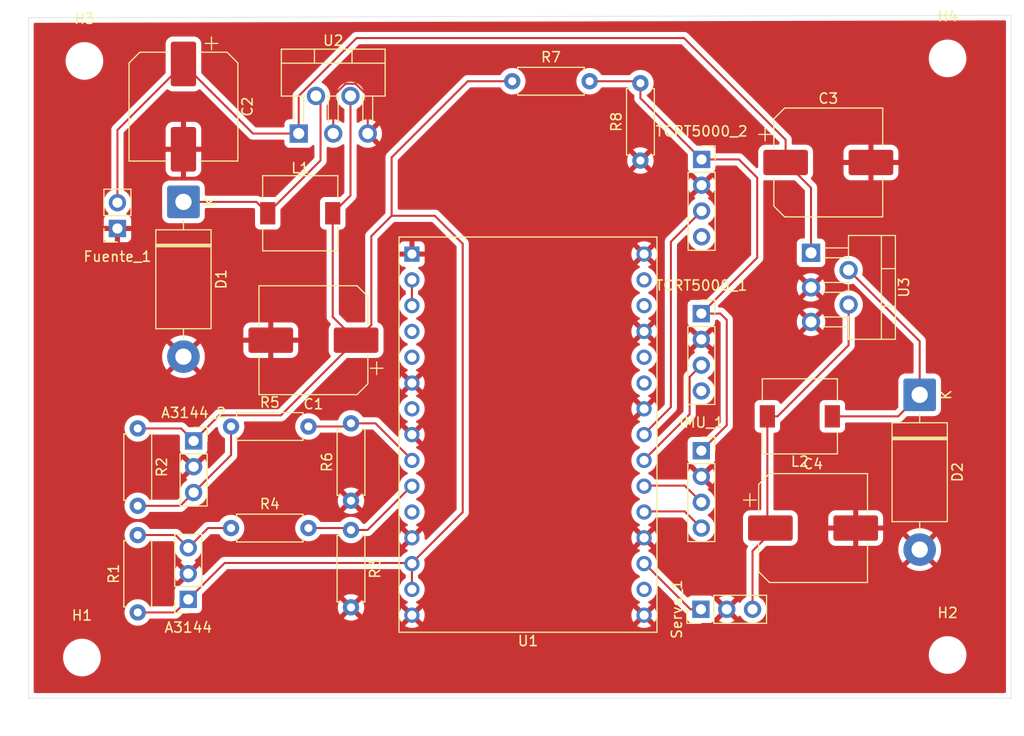
<source format=kicad_pcb>
(kicad_pcb (version 20241229) (generator "pcbnew") (generator_version "9.0")
  (layers (0 "F.Cu" signal) (2 "B.Cu" signal) (13 "F.Paste" user) (15 "B.Paste" user) (5 "F.SilkS" user "F.Silkscreen") (7 "B.SilkS" user "B.Silkscreen") (1 "F.Mask" user) (3 "B.Mask" user) (25 "Edge.Cuts" user))
  (net 0 "")
  (net 1 "GND")
  (net 2 "Net-(U1-3V3-Pad2)")
  (net 6 "Net-(A3144-OUT)")
  (net 9 "Net-(A3144_2-OUT)")
  (net 12 "Salida regulada")
  (net 13 "Net-(D2-K)")
  (net 16 "Entrada 12V no regulada")
  (net 17 "Net-(D1-K)")
  (net 18 "Net-(IMU_1-VCC)")
  (net 19 "Net-(IMU_1-SDA)")
  (net 20 "Net-(IMU_1-SCL)")
  (net 21 "Net-(U1-IO0)")
  (net 22 "Net-(U1-IO1)")
  (net 23 "Net-(Servo_1-PWM)")
  (net 25 "Net-(TCRT5000_1-D0)")
  (net 26 "Net-(TCRT5000_2-D0)")
  (net 28 "Net-(Servo_1-VCC)")
  (footprint "Capacitor_SMD:CP_Elec_10x10.5" (layer "F.Cu") (at 170.5 60.5)
    (property "Reference" "C3" (at 0 -6.3 0) (layer "F.SilkS"))
    (property "Value" "680uF")
    (fp_line (start -6.85 -2.76) (end -5.6 -2.76) (stroke (width 0.12)) (layer "F.SilkS"))
    (fp_line (start -6.225 -3.385) (end -6.225 -2.135) (stroke (width 0.12)) (layer "F.SilkS"))
    (fp_line (start -5.36 -4.295563) (end -5.36 -1.51) (stroke (width 0.12)) (layer "F.SilkS"))
    (fp_line (start -5.36 -4.295563) (end -4.295563 -5.36) (stroke (width 0.12)) (layer "F.SilkS"))
    (fp_line (start -5.36 4.295563) (end -5.36 1.51) (stroke (width 0.12)) (layer "F.SilkS"))
    (fp_line (start -5.36 4.295563) (end -4.295563 5.36) (stroke (width 0.12)) (layer "F.SilkS"))
    (fp_line (start -4.295563 -5.36) (end 5.36 -5.36) (stroke (width 0.12)) (layer "F.SilkS"))
    (fp_line (start -4.295563 5.36) (end 5.36 5.36) (stroke (width 0.12)) (layer "F.SilkS"))
    (fp_line (start 5.36 -5.36) (end 5.36 -1.51) (stroke (width 0.12)) (layer "F.SilkS"))
    (fp_line (start 5.36 5.36) (end 5.36 1.51) (stroke (width 0.12)) (layer "F.SilkS"))
    (pad "1" smd roundrect (at -4.2 0) (size 4.4 2.5) (layers "F.Cu" "F.Mask" "F.Paste") (roundrect_rratio 0.1) (net 16 "Entrada 12V no regulada"))
    (pad "2" smd roundrect (at 4.2 0) (size 4.4 2.5) (layers "F.Cu" "F.Mask" "F.Paste") (roundrect_rratio 0.1) (net 1 "GND"))
  )
  (footprint "Resistor_THT:R_Axial_DIN0207_L6.3mm_D2.5mm_P7.62mm_Horizontal" (layer "F.Cu") (at 102.5 104.81 90)
    (property "Reference" "R1" (at 3.81 -2.37 90) (layer "F.SilkS"))
    (property "Value" "10k")
    (fp_line (start 7.08 -1.37) (end 7.08 -1.04) (stroke (width 0.12)) (layer "F.SilkS"))
    (fp_line (start 0.54 -1.37) (end 7.08 -1.37) (stroke (width 0.12)) (layer "F.SilkS"))
    (fp_line (start 0.54 -1.04) (end 0.54 -1.37) (stroke (width 0.12)) (layer "F.SilkS"))
    (fp_line (start 0.54 1.04) (end 0.54 1.37) (stroke (width 0.12)) (layer "F.SilkS"))
    (fp_line (start 7.08 1.37) (end 7.08 1.04) (stroke (width 0.12)) (layer "F.SilkS"))
    (fp_line (start 0.54 1.37) (end 7.08 1.37) (stroke (width 0.12)) (layer "F.SilkS"))
    (pad "1" thru_hole circle (at 0 0 90) (size 1.6 1.6) (drill 0.8) (layers "*.Cu" "*.Mask") (net 12 "Salida regulada"))
    (pad "2" thru_hole circle (at 7.62 0 90) (size 1.6 1.6) (drill 0.8) (layers "*.Cu" "*.Mask") (net 6 "Net-(A3144-OUT)"))
  )
  (footprint "Inductor_SMD:L_7.3x7.3_H4.5" (layer "F.Cu") (at 167.7 85.5 180)
    (property "Reference" "L2" (at 0 -4.45 0) (layer "F.SilkS"))
    (property "Value" "33 uH")
    (fp_line (start 3.7 3.7) (end -3.7 3.7) (stroke (width 0.12)) (layer "F.SilkS"))
    (fp_line (start 3.7 1.4) (end 3.7 3.7) (stroke (width 0.12)) (layer "F.SilkS"))
    (fp_line (start 3.7 -3.7) (end 3.7 -1.4) (stroke (width 0.12)) (layer "F.SilkS"))
    (fp_line (start -3.7 3.7) (end -3.7 1.4) (stroke (width 0.12)) (layer "F.SilkS"))
    (fp_line (start -3.7 -1.4) (end -3.7 -3.7) (stroke (width 0.12)) (layer "F.SilkS"))
    (fp_line (start -3.7 -3.7) (end 3.7 -3.7) (stroke (width 0.12)) (layer "F.SilkS"))
    (pad "1" smd rect (at -3.2 0 180) (size 1.5 2.2) (layers "F.Cu" "F.Mask" "F.Paste") (net 13 "Net-(D2-K)"))
    (pad "2" smd rect (at 3.2 0 180) (size 1.5 2.2) (layers "F.Cu" "F.Mask" "F.Paste") (net 28 "Net-(Servo_1-VCC)"))
  )
  (footprint "Diode_THT:D_DO-201AD_P15.24mm_Horizontal" (layer "F.Cu") (at 179.5 83.38 -90)
    (property "Reference" "D2" (at 7.62 -3.72 90) (layer "F.SilkS"))
    (property "Value" "1N5822")
    (fp_line (start 1.84 0) (end 2.75 0) (stroke (width 0.12)) (layer "F.SilkS"))
    (fp_line (start 13.4 0) (end 12.49 0) (stroke (width 0.12)) (layer "F.SilkS"))
    (fp_line (start 4.175 -2.72) (end 4.175 2.72) (stroke (width 0.12)) (layer "F.SilkS"))
    (fp_line (start 4.295 -2.72) (end 4.295 2.72) (stroke (width 0.12)) (layer "F.SilkS"))
    (fp_line (start 4.415 -2.72) (end 4.415 2.72) (stroke (width 0.12)) (layer "F.SilkS"))
    (fp_rect (start 2.75 -2.72) (end 12.49 2.72) (stroke (width 0.12)) (fill no) (layer "F.SilkS"))
    (fp_text user "K" (at 0 -2.6 90) (layer "F.SilkS"))
    (pad "1" thru_hole roundrect (at 0 0 270) (size 3.2 3.2) (drill 1.6) (layers "*.Cu" "*.Mask") (roundrect_rratio 0.078125) (net 13 "Net-(D2-K)"))
    (pad "2" thru_hole circle (at 15.24 0 270) (size 3.2 3.2) (drill 1.6) (layers "*.Cu" "*.Mask") (net 1 "GND"))
  )
  (footprint "Inductor_SMD:L_7.3x7.3_H4.5" (layer "F.Cu") (at 118.5 65.5)
    (property "Reference" "L1" (at 0 -4.45 0) (layer "F.SilkS"))
    (property "Value" "33 uH")
    (fp_line (start -3.7 -3.7) (end 3.7 -3.7) (stroke (width 0.12)) (layer "F.SilkS"))
    (fp_line (start -3.7 -1.4) (end -3.7 -3.7) (stroke (width 0.12)) (layer "F.SilkS"))
    (fp_line (start -3.7 3.7) (end -3.7 1.4) (stroke (width 0.12)) (layer "F.SilkS"))
    (fp_line (start 3.7 -3.7) (end 3.7 -1.4) (stroke (width 0.12)) (layer "F.SilkS"))
    (fp_line (start 3.7 1.4) (end 3.7 3.7) (stroke (width 0.12)) (layer "F.SilkS"))
    (fp_line (start 3.7 3.7) (end -3.7 3.7) (stroke (width 0.12)) (layer "F.SilkS"))
    (pad "1" smd rect (at -3.2 0) (size 1.5 2.2) (layers "F.Cu" "F.Mask" "F.Paste") (net 17 "Net-(D1-K)"))
    (pad "2" smd rect (at 3.2 0) (size 1.5 2.2) (layers "F.Cu" "F.Mask" "F.Paste") (net 12 "Salida regulada"))
  )
  (footprint "RF_Module:ESP32-C3-DevKitM-1" (layer "F.Cu") (at 129.5 69.52)
    (property "Reference" "U1" (at 11.43 38.1 0) (layer "F.SilkS"))
    (property "Value" "ESP32-C3-DevKitM-1")
    (fp_line (start -1.27 -1.68) (end 24.13 -1.68) (stroke (width 0.12)) (layer "F.SilkS"))
    (fp_line (start -1.27 37.24) (end -1.27 -1.68) (stroke (width 0.12)) (layer "F.SilkS"))
    (fp_line (start 24.13 -1.68) (end 24.13 37.24) (stroke (width 0.12)) (layer "F.SilkS"))
    (fp_line (start 24.13 37.24) (end -1.27 37.24) (stroke (width 0.12)) (layer "F.SilkS"))
    (pad "1" thru_hole rect (at 0 0) (size 1.5 1.5) (drill 0.9) (layers "*.Cu" "*.Mask") (net 1 "GND"))
    (pad "2" thru_hole circle (at 0 2.54) (size 1.5 1.5) (drill 0.9) (layers "*.Cu" "*.Mask") (net 2 "Net-(U1-3V3-Pad2)"))
    (pad "3" thru_hole circle (at 0 5.08) (size 1.5 1.5) (drill 0.9) (layers "*.Cu" "*.Mask") (net 2 "Net-(U1-3V3-Pad2)"))
    (pad "4" thru_hole circle (at 0 7.62) (size 1.5 1.5) (drill 0.9) (layers "*.Cu" "*.Mask"))
    (pad "5" thru_hole circle (at 0 10.16) (size 1.5 1.5) (drill 0.9) (layers "*.Cu" "*.Mask"))
    (pad "6" thru_hole circle (at 0 12.7) (size 1.5 1.5) (drill 0.9) (layers "*.Cu" "*.Mask") (net 1 "GND"))
    (pad "7" thru_hole circle (at 0 15.24) (size 1.5 1.5) (drill 0.9) (layers "*.Cu" "*.Mask"))
    (pad "8" thru_hole circle (at 0 17.78) (size 1.5 1.5) (drill 0.9) (layers "*.Cu" "*.Mask") (net 1 "GND"))
    (pad "9" thru_hole circle (at 0 20.32) (size 1.5 1.5) (drill 0.9) (layers "*.Cu" "*.Mask") (net 21 "Net-(U1-IO0)"))
    (pad "10" thru_hole circle (at 0 22.86) (size 1.5 1.5) (drill 0.9) (layers "*.Cu" "*.Mask") (net 22 "Net-(U1-IO1)"))
    (pad "11" thru_hole circle (at 0 25.4) (size 1.5 1.5) (drill 0.9) (layers "*.Cu" "*.Mask"))
    (pad "12" thru_hole circle (at 0 27.94) (size 1.5 1.5) (drill 0.9) (layers "*.Cu" "*.Mask") (net 1 "GND"))
    (pad "13" thru_hole circle (at 0 30.48) (size 1.5 1.5) (drill 0.9) (layers "*.Cu" "*.Mask") (net 12 "Salida regulada"))
    (pad "14" thru_hole circle (at 0 33.02) (size 1.5 1.5) (drill 0.9) (layers "*.Cu" "*.Mask") (net 12 "Salida regulada"))
    (pad "15" thru_hole circle (at 0 35.56) (size 1.5 1.5) (drill 0.9) (layers "*.Cu" "*.Mask") (net 1 "GND"))
    (pad "16" thru_hole circle (at 22.86 35.56) (size 1.5 1.5) (drill 0.9) (layers "*.Cu" "*.Mask") (net 1 "GND"))
    (pad "17" thru_hole circle (at 22.86 33.02) (size 1.5 1.5) (drill 0.9) (layers "*.Cu" "*.Mask"))
    (pad "18" thru_hole circle (at 22.86 30.48) (size 1.5 1.5) (drill 0.9) (layers "*.Cu" "*.Mask") (net 23 "Net-(Servo_1-PWM)"))
    (pad "19" thru_hole circle (at 22.86 27.94) (size 1.5 1.5) (drill 0.9) (layers "*.Cu" "*.Mask") (net 1 "GND"))
    (pad "20" thru_hole circle (at 22.86 25.4) (size 1.5 1.5) (drill 0.9) (layers "*.Cu" "*.Mask") (net 19 "Net-(IMU_1-SDA)"))
    (pad "21" thru_hole circle (at 22.86 22.86) (size 1.5 1.5) (drill 0.9) (layers "*.Cu" "*.Mask") (net 20 "Net-(IMU_1-SCL)"))
    (pad "22" thru_hole circle (at 22.86 20.32) (size 1.5 1.5) (drill 0.9) (layers "*.Cu" "*.Mask") (net 25 "Net-(TCRT5000_1-D0)"))
    (pad "23" thru_hole circle (at 22.86 17.78) (size 1.5 1.5) (drill 0.9) (layers "*.Cu" "*.Mask") (net 26 "Net-(TCRT5000_2-D0)"))
    (pad "24" thru_hole circle (at 22.86 15.24) (size 1.5 1.5) (drill 0.9) (layers "*.Cu" "*.Mask") (net 1 "GND"))
    (pad "25" thru_hole circle (at 22.86 12.7) (size 1.5 1.5) (drill 0.9) (layers "*.Cu" "*.Mask"))
    (pad "26" thru_hole circle (at 22.86 10.16) (size 1.5 1.5) (drill 0.9) (layers "*.Cu" "*.Mask"))
    (pad "27" thru_hole circle (at 22.86 7.62) (size 1.5 1.5) (drill 0.9) (layers "*.Cu" "*.Mask") (net 1 "GND"))
    (pad "28" thru_hole circle (at 22.86 5.08) (size 1.5 1.5) (drill 0.9) (layers "*.Cu" "*.Mask"))
    (pad "29" thru_hole circle (at 22.86 2.54) (size 1.5 1.5) (drill 0.9) (layers "*.Cu" "*.Mask"))
    (pad "30" thru_hole circle (at 22.86 0) (size 1.5 1.5) (drill 0.9) (layers "*.Cu" "*.Mask") (net 1 "GND"))
  )
  (footprint "Connector_PinSocket_2.54mm:PinSocket_1x02_P2.54mm_Vertical" (layer "F.Cu") (at 100.5 67 180)
    (property "Reference" "Fuente_1" (at 0 -2.77 0) (layer "F.SilkS"))
    (property "Value" "Conn_01x02_Socket")
    (fp_line (start 1.33 1.27) (end 1.33 3.87) (stroke (width 0.12)) (layer "F.SilkS"))
    (fp_line (start 1.33 -1.33) (end 1.33 0) (stroke (width 0.12)) (layer "F.SilkS"))
    (fp_line (start 0 -1.33) (end 1.33 -1.33) (stroke (width 0.12)) (layer "F.SilkS"))
    (fp_line (start -1.33 3.87) (end 1.33 3.87) (stroke (width 0.12)) (layer "F.SilkS"))
    (fp_line (start -1.33 1.27) (end 1.33 1.27) (stroke (width 0.12)) (layer "F.SilkS"))
    (fp_line (start -1.33 1.27) (end -1.33 3.87) (stroke (width 0.12)) (layer "F.SilkS"))
    (pad "1" thru_hole rect (at 0 0 180) (size 1.7 1.7) (drill 1) (layers "*.Cu" "*.Mask") (net 1 "GND"))
    (pad "2" thru_hole circle (at 0 2.54 180) (size 1.7 1.7) (drill 1) (layers "*.Cu" "*.Mask") (net 16 "Entrada 12V no regulada"))
  )
  (footprint "MountingHole:MountingHole_3.2mm_M3" (layer "F.Cu") (at 182.25 109)
    (property "Reference" "H2" (at 0 -4.15 0) (layer "F.SilkS"))
    (property "Value" "MountingHole")
    (pad "" np_thru_hole circle (at 0 0) (size 3.2 3.2) (drill 3.2) (layers "*.Cu" "*.Mask"))
  )
  (footprint "Resistor_THT:R_Axial_DIN0207_L6.3mm_D2.5mm_P7.62mm_Horizontal" (layer "F.Cu") (at 102.5 86.69 -90)
    (property "Reference" "R2" (at 3.81 -2.37 90) (layer "F.SilkS"))
    (property "Value" "10k")
    (fp_line (start 0.54 1.37) (end 7.08 1.37) (stroke (width 0.12)) (layer "F.SilkS"))
    (fp_line (start 7.08 1.37) (end 7.08 1.04) (stroke (width 0.12)) (layer "F.SilkS"))
    (fp_line (start 0.54 1.04) (end 0.54 1.37) (stroke (width 0.12)) (layer "F.SilkS"))
    (fp_line (start 0.54 -1.04) (end 0.54 -1.37) (stroke (width 0.12)) (layer "F.SilkS"))
    (fp_line (start 0.54 -1.37) (end 7.08 -1.37) (stroke (width 0.12)) (layer "F.SilkS"))
    (fp_line (start 7.08 -1.37) (end 7.08 -1.04) (stroke (width 0.12)) (layer "F.SilkS"))
    (pad "1" thru_hole circle (at 0 0 270) (size 1.6 1.6) (drill 0.8) (layers "*.Cu" "*.Mask") (net 12 "Salida regulada"))
    (pad "2" thru_hole circle (at 7.62 0 270) (size 1.6 1.6) (drill 0.8) (layers "*.Cu" "*.Mask") (net 9 "Net-(A3144_2-OUT)"))
  )
  (footprint "Resistor_THT:R_Axial_DIN0207_L6.3mm_D2.5mm_P7.62mm_Horizontal" (layer "F.Cu") (at 123.5 96.69 -90)
    (property "Reference" "R3" (at 3.81 -2.37 90) (layer "F.SilkS"))
    (property "Value" "2k")
    (fp_line (start 0.54 1.37) (end 7.08 1.37) (stroke (width 0.12)) (layer "F.SilkS"))
    (fp_line (start 7.08 1.37) (end 7.08 1.04) (stroke (width 0.12)) (layer "F.SilkS"))
    (fp_line (start 0.54 1.04) (end 0.54 1.37) (stroke (width 0.12)) (layer "F.SilkS"))
    (fp_line (start 0.54 -1.04) (end 0.54 -1.37) (stroke (width 0.12)) (layer "F.SilkS"))
    (fp_line (start 0.54 -1.37) (end 7.08 -1.37) (stroke (width 0.12)) (layer "F.SilkS"))
    (fp_line (start 7.08 -1.37) (end 7.08 -1.04) (stroke (width 0.12)) (layer "F.SilkS"))
    (pad "1" thru_hole circle (at 0 0 270) (size 1.6 1.6) (drill 0.8) (layers "*.Cu" "*.Mask") (net 22 "Net-(U1-IO1)"))
    (pad "2" thru_hole circle (at 7.62 0 270) (size 1.6 1.6) (drill 0.8) (layers "*.Cu" "*.Mask") (net 1 "GND"))
  )
  (footprint "Connector_PinSocket_2.54mm:PinSocket_1x04_P2.54mm_Vertical" (layer "F.Cu") (at 158.025 60.2)
    (property "Reference" "TCRT5000_2" (at 0 -2.77 0) (layer "F.SilkS"))
    (property "Value" "Conn_01x04_Socket")
    (fp_line (start -1.33 1.27) (end -1.33 8.95) (stroke (width 0.12)) (layer "F.SilkS"))
    (fp_line (start -1.33 1.27) (end 1.33 1.27) (stroke (width 0.12)) (layer "F.SilkS"))
    (fp_line (start -1.33 8.95) (end 1.33 8.95) (stroke (width 0.12)) (layer "F.SilkS"))
    (fp_line (start 0 -1.33) (end 1.33 -1.33) (stroke (width 0.12)) (layer "F.SilkS"))
    (fp_line (start 1.33 -1.33) (end 1.33 0) (stroke (width 0.12)) (layer "F.SilkS"))
    (fp_line (start 1.33 1.27) (end 1.33 8.95) (stroke (width 0.12)) (layer "F.SilkS"))
    (pad "1" thru_hole rect (at 0 0) (size 1.7 1.7) (drill 1) (layers "*.Cu" "*.Mask") (net 18 "Net-(IMU_1-VCC)"))
    (pad "2" thru_hole circle (at 0 2.54) (size 1.7 1.7) (drill 1) (layers "*.Cu" "*.Mask") (net 1 "GND"))
    (pad "3" thru_hole circle (at 0 5.08) (size 1.7 1.7) (drill 1) (layers "*.Cu" "*.Mask") (net 26 "Net-(TCRT5000_2-D0)"))
    (pad "4" thru_hole circle (at 0 7.62) (size 1.7 1.7) (drill 1) (layers "*.Cu" "*.Mask"))
  )
  (footprint "Resistor_THT:R_Axial_DIN0207_L6.3mm_D2.5mm_P7.62mm_Horizontal" (layer "F.Cu") (at 111.69 86.5)
    (property "Reference" "R5" (at 3.81 -2.37 0) (layer "F.SilkS"))
    (property "Value" "1k")
    (fp_line (start 0.54 -1.37) (end 7.08 -1.37) (stroke (width 0.12)) (layer "F.SilkS"))
    (fp_line (start 0.54 -1.04) (end 0.54 -1.37) (stroke (width 0.12)) (layer "F.SilkS"))
    (fp_line (start 0.54 1.04) (end 0.54 1.37) (stroke (width 0.12)) (layer "F.SilkS"))
    (fp_line (start 0.54 1.37) (end 7.08 1.37) (stroke (width 0.12)) (layer "F.SilkS"))
    (fp_line (start 7.08 -1.37) (end 7.08 -1.04) (stroke (width 0.12)) (layer "F.SilkS"))
    (fp_line (start 7.08 1.37) (end 7.08 1.04) (stroke (width 0.12)) (layer "F.SilkS"))
    (pad "1" thru_hole circle (at 0 0) (size 1.6 1.6) (drill 0.8) (layers "*.Cu" "*.Mask") (net 9 "Net-(A3144_2-OUT)"))
    (pad "2" thru_hole circle (at 7.62 0) (size 1.6 1.6) (drill 0.8) (layers "*.Cu" "*.Mask") (net 21 "Net-(U1-IO0)"))
  )
  (footprint "Capacitor_SMD:CP_Elec_10x10.5" (layer "F.Cu") (at 119.8 78 180)
    (property "Reference" "C1" (at 0 -6.3 0) (layer "F.SilkS"))
    (property "Value" "220uF")
    (fp_line (start 5.36 5.36) (end 5.36 1.51) (stroke (width 0.12)) (layer "F.SilkS"))
    (fp_line (start 5.36 -5.36) (end 5.36 -1.51) (stroke (width 0.12)) (layer "F.SilkS"))
    (fp_line (start -4.295563 5.36) (end 5.36 5.36) (stroke (width 0.12)) (layer "F.SilkS"))
    (fp_line (start -4.295563 -5.36) (end 5.36 -5.36) (stroke (width 0.12)) (layer "F.SilkS"))
    (fp_line (start -5.36 4.295563) (end -4.295563 5.36) (stroke (width 0.12)) (layer "F.SilkS"))
    (fp_line (start -5.36 4.295563) (end -5.36 1.51) (stroke (width 0.12)) (layer "F.SilkS"))
    (fp_line (start -5.36 -4.295563) (end -4.295563 -5.36) (stroke (width 0.12)) (layer "F.SilkS"))
    (fp_line (start -5.36 -4.295563) (end -5.36 -1.51) (stroke (width 0.12)) (layer "F.SilkS"))
    (fp_line (start -6.225 -3.385) (end -6.225 -2.135) (stroke (width 0.12)) (layer "F.SilkS"))
    (fp_line (start -6.85 -2.76) (end -5.6 -2.76) (stroke (width 0.12)) (layer "F.SilkS"))
    (pad "1" smd roundrect (at -4.2 0 180) (size 4.4 2.5) (layers "F.Cu" "F.Mask" "F.Paste") (roundrect_rratio 0.1) (net 12 "Salida regulada"))
    (pad "2" smd roundrect (at 4.2 0 180) (size 4.4 2.5) (layers "F.Cu" "F.Mask" "F.Paste") (roundrect_rratio 0.1) (net 1 "GND"))
  )
  (footprint "Package_TO_SOT_THT:TO-220-5_P3.4x3.7mm_StaggerOdd_Lead3.8mm_Vertical" (layer "F.Cu") (at 118.35 57.65)
    (property "Reference" "U2" (at 3.4 -9.15 0) (layer "F.SilkS"))
    (property "Value" "LM2596T-ADJ")
    (fp_line (start -1.71 -8.31) (end 8.51 -8.31) (stroke (width 0.12)) (layer "F.SilkS"))
    (fp_line (start -1.71 -6.93) (end 8.51 -6.93) (stroke (width 0.12)) (layer "F.SilkS"))
    (fp_line (start -1.71 -3.69) (end -1.71 -8.31) (stroke (width 0.12)) (layer "F.SilkS"))
    (fp_line (start -0.485 -3.69) (end -0.485 -1.16) (stroke (width 0.12)) (layer "F.SilkS"))
    (fp_line (start 0.485 -3.69) (end 0.485 -1.16) (stroke (width 0.12)) (layer "F.SilkS"))
    (fp_line (start 0.54 -3.69) (end -1.71 -3.69) (stroke (width 0.12)) (layer "F.SilkS"))
    (fp_line (start 1.55 -8.31) (end 1.55 -6.93) (stroke (width 0.12)) (layer "F.SilkS"))
    (fp_line (start 2.915 -3.69) (end 2.915 -1.054) (stroke (width 0.12)) (layer "F.SilkS"))
    (fp_line (start 3.885 -3.69) (end 3.885 -1.054) (stroke (width 0.12)) (layer "F.SilkS"))
    (fp_line (start 3.94 -3.69) (end 2.86 -3.69) (stroke (width 0.12)) (layer "F.SilkS"))
    (fp_line (start 5.25 -8.31) (end 5.25 -6.93) (stroke (width 0.12)) (layer "F.SilkS"))
    (fp_line (start 6.315 -3.69) (end 6.315 -1.054) (stroke (width 0.12)) (layer "F.SilkS"))
    (fp_line (start 7.285 -3.69) (end 7.285 -1.054) (stroke (width 0.12)) (layer "F.SilkS"))
    (fp_line (start 8.51 -8.31) (end 8.51 -3.69) (stroke (width 0.12)) (layer "F.SilkS"))
    (fp_line (start 8.51 -3.69) (end 6.26 -3.69) (stroke (width 0.12)) (layer "F.SilkS"))
    (pad "1" thru_hole rect (at 0 0) (size 1.8 1.8) (drill 1.1) (layers "*.Cu" "*.Mask") (net 16 "Entrada 12V no regulada"))
    (pad "2" thru_hole circle (at 1.7 -3.7) (size 1.8 1.8) (drill 1.1) (layers "*.Cu" "*.Mask") (net 17 "Net-(D1-K)"))
    (pad "3" thru_hole circle (at 3.4 0) (size 1.8 1.8) (drill 1.1) (layers "*.Cu" "*.Mask") (net 1 "GND"))
    (pad "4" thru_hole circle (at 5.1 -3.7) (size 1.8 1.8) (drill 1.1) (layers "*.Cu" "*.Mask") (net 12 "Salida regulada"))
    (pad "5" thru_hole circle (at 6.8 0) (size 1.8 1.8) (drill 1.1) (layers "*.Cu" "*.Mask") (net 1 "GND"))
  )
  (footprint "Diode_THT:D_DO-201AD_P15.24mm_Horizontal" (layer "F.Cu") (at 107 64.38 -90)
    (property "Reference" "D1" (at 7.62 -3.72 90) (layer "F.SilkS"))
    (property "Value" "1N5822")
    (fp_line (start 1.84 0) (end 2.75 0) (stroke (width 0.12)) (layer "F.SilkS"))
    (fp_line (start 13.4 0) (end 12.49 0) (stroke (width 0.12)) (layer "F.SilkS"))
    (fp_line (start 4.175 -2.72) (end 4.175 2.72) (stroke (width 0.12)) (layer "F.SilkS"))
    (fp_line (start 4.295 -2.72) (end 4.295 2.72) (stroke (width 0.12)) (layer "F.SilkS"))
    (fp_line (start 4.415 -2.72) (end 4.415 2.72) (stroke (width 0.12)) (layer "F.SilkS"))
    (fp_rect (start 2.75 -2.72) (end 12.49 2.72) (stroke (width 0.12)) (fill no) (layer "F.SilkS"))
    (fp_text user "K" (at 0 -2.6 90) (layer "F.SilkS"))
    (pad "1" thru_hole roundrect (at 0 0 270) (size 3.2 3.2) (drill 1.6) (layers "*.Cu" "*.Mask") (roundrect_rratio 0.078125) (net 17 "Net-(D1-K)"))
    (pad "2" thru_hole circle (at 15.24 0 270) (size 3.2 3.2) (drill 1.6) (layers "*.Cu" "*.Mask") (net 1 "GND"))
  )
  (footprint "Connector_PinSocket_2.54mm:PinSocket_1x04_P2.54mm_Vertical" (layer "F.Cu") (at 158 88.88)
    (property "Reference" "IMU_1" (at 0 -2.77 0) (layer "F.SilkS"))
    (property "Value" "Conn_01x04_Socket")
    (fp_line (start -1.33 1.27) (end -1.33 8.95) (stroke (width 0.12)) (layer "F.SilkS"))
    (fp_line (start -1.33 1.27) (end 1.33 1.27) (stroke (width 0.12)) (layer "F.SilkS"))
    (fp_line (start -1.33 8.95) (end 1.33 8.95) (stroke (width 0.12)) (layer "F.SilkS"))
    (fp_line (start 0 -1.33) (end 1.33 -1.33) (stroke (width 0.12)) (layer "F.SilkS"))
    (fp_line (start 1.33 -1.33) (end 1.33 0) (stroke (width 0.12)) (layer "F.SilkS"))
    (fp_line (start 1.33 1.27) (end 1.33 8.95) (stroke (width 0.12)) (layer "F.SilkS"))
    (pad "1" thru_hole rect (at 0 0) (size 1.7 1.7) (drill 1) (layers "*.Cu" "*.Mask") (net 18 "Net-(IMU_1-VCC)"))
    (pad "2" thru_hole circle (at 0 2.54) (size 1.7 1.7) (drill 1) (layers "*.Cu" "*.Mask") (net 1 "GND"))
    (pad "3" thru_hole circle (at 0 5.08) (size 1.7 1.7) (drill 1) (layers "*.Cu" "*.Mask") (net 20 "Net-(IMU_1-SCL)"))
    (pad "4" thru_hole circle (at 0 7.62) (size 1.7 1.7) (drill 1) (layers "*.Cu" "*.Mask") (net 19 "Net-(IMU_1-SDA)"))
  )
  (footprint "Package_TO_SOT_THT:TO-220-5_P3.4x3.7mm_StaggerOdd_Lead3.8mm_Vertical" (layer "F.Cu") (at 168.8 69.4 -90)
    (property "Reference" "U3" (at 3.4 -9.15 90) (layer "F.SilkS"))
    (property "Value" "LM2596T-ADJ")
    (fp_line (start -1.71 -3.69) (end -1.71 -8.31) (stroke (width 0.12)) (layer "F.SilkS"))
    (fp_line (start -0.485 -3.69) (end -0.485 -1.16) (stroke (width 0.12)) (layer "F.SilkS"))
    (fp_line (start 0.485 -3.69) (end 0.485 -1.16) (stroke (width 0.12)) (layer "F.SilkS"))
    (fp_line (start 0.54 -3.69) (end -1.71 -3.69) (stroke (width 0.12)) (layer "F.SilkS"))
    (fp_line (start 2.915 -3.69) (end 2.915 -1.054) (stroke (width 0.12)) (layer "F.SilkS"))
    (fp_line (start 3.885 -3.69) (end 3.885 -1.054) (stroke (width 0.12)) (layer "F.SilkS"))
    (fp_line (start 3.94 -3.69) (end 2.86 -3.69) (stroke (width 0.12)) (layer "F.SilkS"))
    (fp_line (start 6.315 -3.69) (end 6.315 -1.054) (stroke (width 0.12)) (layer "F.SilkS"))
    (fp_line (start 7.285 -3.69) (end 7.285 -1.054) (stroke (width 0.12)) (layer "F.SilkS"))
    (fp_line (start 8.51 -3.69) (end 6.26 -3.69) (stroke (width 0.12)) (layer "F.SilkS"))
    (fp_line (start -1.71 -6.93) (end 8.51 -6.93) (stroke (width 0.12)) (layer "F.SilkS"))
    (fp_line (start -1.71 -8.31) (end 8.51 -8.31) (stroke (width 0.12)) (layer "F.SilkS"))
    (fp_line (start 1.55 -8.31) (end 1.55 -6.93) (stroke (width 0.12)) (layer "F.SilkS"))
    (fp_line (start 5.25 -8.31) (end 5.25 -6.93) (stroke (width 0.12)) (layer "F.SilkS"))
    (fp_line (start 8.51 -8.31) (end 8.51 -3.69) (stroke (width 0.12)) (layer "F.SilkS"))
    (pad "1" thru_hole rect (at 0 0 270) (size 1.8 1.8) (drill 1.1) (layers "*.Cu" "*.Mask") (net 16 "Entrada 12V no regulada"))
    (pad "2" thru_hole circle (at 1.7 -3.7 270) (size 1.8 1.8) (drill 1.1) (layers "*.Cu" "*.Mask") (net 13 "Net-(D2-K)"))
    (pad "3" thru_hole circle (at 3.4 0 270) (size 1.8 1.8) (drill 1.1) (layers "*.Cu" "*.Mask") (net 1 "GND"))
    (pad "4" thru_hole circle (at 5.1 -3.7 270) (size 1.8 1.8) (drill 1.1) (layers "*.Cu" "*.Mask") (net 28 "Net-(Servo_1-VCC)"))
    (pad "5" thru_hole circle (at 6.8 0 270) (size 1.8 1.8) (drill 1.1) (layers "*.Cu" "*.Mask") (net 1 "GND"))
  )
  (footprint "Connector_PinSocket_2.54mm:PinSocket_1x03_P2.54mm_Vertical" (layer "F.Cu") (at 107.475 103.525 180)
    (property "Reference" "A3144" (at 0 -2.77 0) (layer "F.SilkS"))
    (property "Value" "~")
    (fp_line (start 1.33 1.27) (end 1.33 6.41) (stroke (width 0.12)) (layer "F.SilkS"))
    (fp_line (start 1.33 -1.33) (end 1.33 0) (stroke (width 0.12)) (layer "F.SilkS"))
    (fp_line (start 0 -1.33) (end 1.33 -1.33) (stroke (width 0.12)) (layer "F.SilkS"))
    (fp_line (start -1.33 6.41) (end 1.33 6.41) (stroke (width 0.12)) (layer "F.SilkS"))
    (fp_line (start -1.33 1.27) (end 1.33 1.27) (stroke (width 0.12)) (layer "F.SilkS"))
    (fp_line (start -1.33 1.27) (end -1.33 6.41) (stroke (width 0.12)) (layer "F.SilkS"))
    (pad "1" thru_hole rect (at 0 0 180) (size 1.7 1.7) (drill 1) (layers "*.Cu" "*.Mask") (net 12 "Salida regulada"))
    (pad "2" thru_hole circle (at 0 2.54 180) (size 1.7 1.7) (drill 1) (layers "*.Cu" "*.Mask") (net 1 "GND"))
    (pad "3" thru_hole circle (at 0 5.08 180) (size 1.7 1.7) (drill 1) (layers "*.Cu" "*.Mask") (net 6 "Net-(A3144-OUT)"))
  )
  (footprint "Connector_PinSocket_2.54mm:PinSocket_1x03_P2.54mm_Vertical" (layer "F.Cu") (at 108 87.92)
    (property "Reference" "A3144_2" (at 0 -2.77 0) (layer "F.SilkS"))
    (property "Value" "~")
    (fp_line (start -1.33 1.27) (end -1.33 6.41) (stroke (width 0.12)) (layer "F.SilkS"))
    (fp_line (start -1.33 1.27) (end 1.33 1.27) (stroke (width 0.12)) (layer "F.SilkS"))
    (fp_line (start -1.33 6.41) (end 1.33 6.41) (stroke (width 0.12)) (layer "F.SilkS"))
    (fp_line (start 0 -1.33) (end 1.33 -1.33) (stroke (width 0.12)) (layer "F.SilkS"))
    (fp_line (start 1.33 -1.33) (end 1.33 0) (stroke (width 0.12)) (layer "F.SilkS"))
    (fp_line (start 1.33 1.27) (end 1.33 6.41) (stroke (width 0.12)) (layer "F.SilkS"))
    (pad "1" thru_hole rect (at 0 0) (size 1.7 1.7) (drill 1) (layers "*.Cu" "*.Mask") (net 12 "Salida regulada"))
    (pad "2" thru_hole circle (at 0 2.54) (size 1.7 1.7) (drill 1) (layers "*.Cu" "*.Mask") (net 1 "GND"))
    (pad "3" thru_hole circle (at 0 5.08) (size 1.7 1.7) (drill 1) (layers "*.Cu" "*.Mask") (net 9 "Net-(A3144_2-OUT)"))
  )
  (footprint "MountingHole:MountingHole_3.2mm_M3" (layer "F.Cu") (at 182.25 50.25)
    (property "Reference" "H4" (at 0 -4.15 0) (layer "F.SilkS"))
    (property "Value" "MountingHole")
    (pad "" np_thru_hole circle (at 0 0) (size 3.2 3.2) (drill 3.2) (layers "*.Cu" "*.Mask"))
  )
  (footprint "Connector_PinHeader_2.54mm:PinHeader_1x03_P2.54mm_Vertical" (layer "F.Cu") (at 157.96 104.5 90)
    (property "Reference" "Servo_1" (at 0 -2.38 90) (layer "F.SilkS"))
    (property "Value" "Conn_01x03_Pin")
    (fp_line (start -1.38 -1.38) (end 0 -1.38) (stroke (width 0.12)) (layer "F.SilkS"))
    (fp_line (start -1.38 0) (end -1.38 -1.38) (stroke (width 0.12)) (layer "F.SilkS"))
    (fp_line (start 1.38 1.27) (end 1.38 6.46) (stroke (width 0.12)) (layer "F.SilkS"))
    (fp_line (start -1.38 1.27) (end 1.38 1.27) (stroke (width 0.12)) (layer "F.SilkS"))
    (fp_line (start -1.38 1.27) (end -1.38 6.46) (stroke (width 0.12)) (layer "F.SilkS"))
    (fp_line (start -1.38 6.46) (end 1.38 6.46) (stroke (width 0.12)) (layer "F.SilkS"))
    (pad "1" thru_hole rect (at 0 0 90) (size 1.7 1.7) (drill 1) (layers "*.Cu" "*.Mask") (net 23 "Net-(Servo_1-PWM)"))
    (pad "2" thru_hole circle (at 0 2.54 90) (size 1.7 1.7) (drill 1) (layers "*.Cu" "*.Mask") (net 1 "GND"))
    (pad "3" thru_hole circle (at 0 5.08 90) (size 1.7 1.7) (drill 1) (layers "*.Cu" "*.Mask") (net 28 "Net-(Servo_1-VCC)"))
  )
  (footprint "MountingHole:MountingHole_3.2mm_M3" (layer "F.Cu") (at 97 109.25)
    (property "Reference" "H1" (at 0 -4.15 0) (layer "F.SilkS"))
    (property "Value" "MountingHole")
    (pad "" np_thru_hole circle (at 0 0) (size 3.2 3.2) (drill 3.2) (layers "*.Cu" "*.Mask"))
  )
  (footprint "Capacitor_SMD:CP_Elec_10x10.5" (layer "F.Cu") (at 169 96.5)
    (property "Reference" "C4" (at 0 -6.3 0) (layer "F.SilkS"))
    (property "Value" "220uF")
    (fp_line (start -6.85 -2.76) (end -5.6 -2.76) (stroke (width 0.12)) (layer "F.SilkS"))
    (fp_line (start -6.225 -3.385) (end -6.225 -2.135) (stroke (width 0.12)) (layer "F.SilkS"))
    (fp_line (start -5.36 -4.295563) (end -5.36 -1.51) (stroke (width 0.12)) (layer "F.SilkS"))
    (fp_line (start -5.36 -4.295563) (end -4.295563 -5.36) (stroke (width 0.12)) (layer "F.SilkS"))
    (fp_line (start -5.36 4.295563) (end -5.36 1.51) (stroke (width 0.12)) (layer "F.SilkS"))
    (fp_line (start -5.36 4.295563) (end -4.295563 5.36) (stroke (width 0.12)) (layer "F.SilkS"))
    (fp_line (start -4.295563 -5.36) (end 5.36 -5.36) (stroke (width 0.12)) (layer "F.SilkS"))
    (fp_line (start -4.295563 5.36) (end 5.36 5.36) (stroke (width 0.12)) (layer "F.SilkS"))
    (fp_line (start 5.36 -5.36) (end 5.36 -1.51) (stroke (width 0.12)) (layer "F.SilkS"))
    (fp_line (start 5.36 5.36) (end 5.36 1.51) (stroke (width 0.12)) (layer "F.SilkS"))
    (pad "1" smd roundrect (at -4.2 0) (size 4.4 2.5) (layers "F.Cu" "F.Mask" "F.Paste") (roundrect_rratio 0.1) (net 28 "Net-(Servo_1-VCC)"))
    (pad "2" smd roundrect (at 4.2 0) (size 4.4 2.5) (layers "F.Cu" "F.Mask" "F.Paste") (roundrect_rratio 0.1) (net 1 "GND"))
  )
  (footprint "Capacitor_SMD:CP_Elec_10x10.5" (layer "F.Cu") (at 107 55 -90)
    (property "Reference" "C2" (at 0 -6.3 90) (layer "F.SilkS"))
    (property "Value" "680uF")
    (fp_line (start -4.295563 5.36) (end 5.36 5.36) (stroke (width 0.12)) (layer "F.SilkS"))
    (fp_line (start 5.36 5.36) (end 5.36 1.51) (stroke (width 0.12)) (layer "F.SilkS"))
    (fp_line (start -5.36 4.295563) (end -4.295563 5.36) (stroke (width 0.12)) (layer "F.SilkS"))
    (fp_line (start -5.36 4.295563) (end -5.36 1.51) (stroke (width 0.12)) (layer "F.SilkS"))
    (fp_line (start -6.85 -2.76) (end -5.6 -2.76) (stroke (width 0.12)) (layer "F.SilkS"))
    (fp_line (start -6.225 -3.385) (end -6.225 -2.135) (stroke (width 0.12)) (layer "F.SilkS"))
    (fp_line (start -5.36 -4.295563) (end -5.36 -1.51) (stroke (width 0.12)) (layer "F.SilkS"))
    (fp_line (start -5.36 -4.295563) (end -4.295563 -5.36) (stroke (width 0.12)) (layer "F.SilkS"))
    (fp_line (start -4.295563 -5.36) (end 5.36 -5.36) (stroke (width 0.12)) (layer "F.SilkS"))
    (fp_line (start 5.36 -5.36) (end 5.36 -1.51) (stroke (width 0.12)) (layer "F.SilkS"))
    (pad "1" smd roundrect (at -4.2 0 270) (size 4.4 2.5) (layers "F.Cu" "F.Mask" "F.Paste") (roundrect_rratio 0.1) (net 16 "Entrada 12V no regulada"))
    (pad "2" smd roundrect (at 4.2 0 270) (size 4.4 2.5) (layers "F.Cu" "F.Mask" "F.Paste") (roundrect_rratio 0.1) (net 1 "GND"))
  )
  (footprint "Connector_PinSocket_2.54mm:PinSocket_1x04_P2.54mm_Vertical" (layer "F.Cu") (at 158 75.38)
    (property "Reference" "TCRT5000_1" (at 0 -2.77 0) (layer "F.SilkS"))
    (property "Value" "Conn_01x04_Socket")
    (fp_line (start -1.33 1.27) (end -1.33 8.95) (stroke (width 0.12)) (layer "F.SilkS"))
    (fp_line (start -1.33 1.27) (end 1.33 1.27) (stroke (width 0.12)) (layer "F.SilkS"))
    (fp_line (start -1.33 8.95) (end 1.33 8.95) (stroke (width 0.12)) (layer "F.SilkS"))
    (fp_line (start 0 -1.33) (end 1.33 -1.33) (stroke (width 0.12)) (layer "F.SilkS"))
    (fp_line (start 1.33 -1.33) (end 1.33 0) (stroke (width 0.12)) (layer "F.SilkS"))
    (fp_line (start 1.33 1.27) (end 1.33 8.95) (stroke (width 0.12)) (layer "F.SilkS"))
    (pad "1" thru_hole rect (at 0 0) (size 1.7 1.7) (drill 1) (layers "*.Cu" "*.Mask") (net 18 "Net-(IMU_1-VCC)"))
    (pad "2" thru_hole circle (at 0 2.54) (size 1.7 1.7) (drill 1) (layers "*.Cu" "*.Mask") (net 1 "GND"))
    (pad "3" thru_hole circle (at 0 5.08) (size 1.7 1.7) (drill 1) (layers "*.Cu" "*.Mask") (net 25 "Net-(TCRT5000_1-D0)"))
    (pad "4" thru_hole circle (at 0 7.62) (size 1.7 1.7) (drill 1) (layers "*.Cu" "*.Mask"))
  )
  (footprint "MountingHole:MountingHole_3.2mm_M3" (layer "F.Cu") (at 97.25 50.5)
    (property "Reference" "H3" (at 0 -4.15 0) (layer "F.SilkS"))
    (property "Value" "MountingHole")
    (pad "" np_thru_hole circle (at 0 0) (size 3.2 3.2) (drill 3.2) (layers "*.Cu" "*.Mask"))
  )
  (footprint "Resistor_THT:R_Axial_DIN0207_L6.3mm_D2.5mm_P7.62mm_Horizontal" (layer "F.Cu") (at 111.69 96.5)
    (property "Reference" "R4" (at 3.81 -2.37 0) (layer "F.SilkS"))
    (property "Value" "1k")
    (fp_line (start 0.54 -1.37) (end 7.08 -1.37) (stroke (width 0.12)) (layer "F.SilkS"))
    (fp_line (start 0.54 -1.04) (end 0.54 -1.37) (stroke (width 0.12)) (layer "F.SilkS"))
    (fp_line (start 0.54 1.04) (end 0.54 1.37) (stroke (width 0.12)) (layer "F.SilkS"))
    (fp_line (start 0.54 1.37) (end 7.08 1.37) (stroke (width 0.12)) (layer "F.SilkS"))
    (fp_line (start 7.08 -1.37) (end 7.08 -1.04) (stroke (width 0.12)) (layer "F.SilkS"))
    (fp_line (start 7.08 1.37) (end 7.08 1.04) (stroke (width 0.12)) (layer "F.SilkS"))
    (pad "1" thru_hole circle (at 0 0) (size 1.6 1.6) (drill 0.8) (layers "*.Cu" "*.Mask") (net 6 "Net-(A3144-OUT)"))
    (pad "2" thru_hole circle (at 7.62 0) (size 1.6 1.6) (drill 0.8) (layers "*.Cu" "*.Mask") (net 22 "Net-(U1-IO1)"))
  )
  (footprint "Resistor_THT:R_Axial_DIN0207_L6.3mm_D2.5mm_P7.62mm_Horizontal" (layer "F.Cu") (at 152 60.31 90)
    (property "Reference" "R8" (at 3.81 -2.37 90) (layer "F.SilkS"))
    (property "Value" "2k")
    (fp_line (start 7.08 -1.37) (end 7.08 -1.04) (stroke (width 0.12)) (layer "F.SilkS"))
    (fp_line (start 0.54 -1.37) (end 7.08 -1.37) (stroke (width 0.12)) (layer "F.SilkS"))
    (fp_line (start 0.54 -1.04) (end 0.54 -1.37) (stroke (width 0.12)) (layer "F.SilkS"))
    (fp_line (start 0.54 1.04) (end 0.54 1.37) (stroke (width 0.12)) (layer "F.SilkS"))
    (fp_line (start 7.08 1.37) (end 7.08 1.04) (stroke (width 0.12)) (layer "F.SilkS"))
    (fp_line (start 0.54 1.37) (end 7.08 1.37) (stroke (width 0.12)) (layer "F.SilkS"))
    (pad "1" thru_hole circle (at 0 0 90) (size 1.6 1.6) (drill 0.8) (layers "*.Cu" "*.Mask") (net 1 "GND"))
    (pad "2" thru_hole circle (at 7.62 0 90) (size 1.6 1.6) (drill 0.8) (layers "*.Cu" "*.Mask") (net 18 "Net-(IMU_1-VCC)"))
  )
  (footprint "Resistor_THT:R_Axial_DIN0207_L6.3mm_D2.5mm_P7.62mm_Horizontal" (layer "F.Cu") (at 123.5 93.81 90)
    (property "Reference" "R6" (at 3.81 -2.37 90) (layer "F.SilkS"))
    (property "Value" "2k")
    (fp_line (start 7.08 -1.37) (end 7.08 -1.04) (stroke (width 0.12)) (layer "F.SilkS"))
    (fp_line (start 0.54 -1.37) (end 7.08 -1.37) (stroke (width 0.12)) (layer "F.SilkS"))
    (fp_line (start 0.54 -1.04) (end 0.54 -1.37) (stroke (width 0.12)) (layer "F.SilkS"))
    (fp_line (start 0.54 1.04) (end 0.54 1.37) (stroke (width 0.12)) (layer "F.SilkS"))
    (fp_line (start 7.08 1.37) (end 7.08 1.04) (stroke (width 0.12)) (layer "F.SilkS"))
    (fp_line (start 0.54 1.37) (end 7.08 1.37) (stroke (width 0.12)) (layer "F.SilkS"))
    (pad "1" thru_hole circle (at 0 0 90) (size 1.6 1.6) (drill 0.8) (layers "*.Cu" "*.Mask") (net 1 "GND"))
    (pad "2" thru_hole circle (at 7.62 0 90) (size 1.6 1.6) (drill 0.8) (layers "*.Cu" "*.Mask") (net 21 "Net-(U1-IO0)"))
  )
  (footprint "Resistor_THT:R_Axial_DIN0207_L6.3mm_D2.5mm_P7.62mm_Horizontal" (layer "F.Cu") (at 139.38 52.5)
    (property "Reference" "R7" (at 3.81 -2.37 0) (layer "F.SilkS"))
    (property "Value" "1k")
    (fp_line (start 0.54 -1.37) (end 7.08 -1.37) (stroke (width 0.12)) (layer "F.SilkS"))
    (fp_line (start 0.54 -1.04) (end 0.54 -1.37) (stroke (width 0.12)) (layer "F.SilkS"))
    (fp_line (start 0.54 1.04) (end 0.54 1.37) (stroke (width 0.12)) (layer "F.SilkS"))
    (fp_line (start 0.54 1.37) (end 7.08 1.37) (stroke (width 0.12)) (layer "F.SilkS"))
    (fp_line (start 7.08 -1.37) (end 7.08 -1.04) (stroke (width 0.12)) (layer "F.SilkS"))
    (fp_line (start 7.08 1.37) (end 7.08 1.04) (stroke (width 0.12)) (layer "F.SilkS"))
    (pad "1" thru_hole circle (at 0 0) (size 1.6 1.6) (drill 0.8) (layers "*.Cu" "*.Mask") (net 12 "Salida regulada"))
    (pad "2" thru_hole circle (at 7.62 0) (size 1.6 1.6) (drill 0.8) (layers "*.Cu" "*.Mask") (net 18 "Net-(IMU_1-VCC)"))
  )
  (gr_line (start 188.5 113.25) (end 188.5 46) (stroke (width 0.05)) (layer "Edge.Cuts"))
  (gr_line (start 91.75 46.25) (end 91.75 113.25) (stroke (width 0.05)) (layer "Edge.Cuts"))
  (gr_line (start 94 113.25) (end 188.5 113.25) (stroke (width 0.05)) (layer "Edge.Cuts"))
  (gr_line (start 188.5 46) (end 91.75 46.25) (stroke (width 0.05)) (layer "Edge.Cuts"))
  (gr_line (start 91.75 113.25) (end 94 113.25) (stroke (width 0.05)) (layer "Edge.Cuts"))
  (segment (start 122.952529 52.749) (end 123.947471 52.749) (width 0.2) (layer "F.Cu") (net 1))
  (segment (start 125.15 53.951529) (end 125.15 57.65) (width 0.2) (layer "F.Cu") (net 1))
  (segment (start 121.75 53.951529) (end 122.952529 52.749) (width 0.2) (layer "F.Cu") (net 1))
  (segment (start 121.75 57.65) (end 121.75 53.951529) (width 0.2) (layer "F.Cu") (net 1))
  (segment (start 123.947471 52.749) (end 125.15 53.951529) (width 0.2) (layer "F.Cu") (net 1))
  (segment (start 129.5 72.06) (end 129.5 74.6) (width 0.2) (layer "F.Cu") (net 2))
  (segment (start 107.475 98.445) (end 109.42 96.5) (width 0.2) (layer "F.Cu") (net 6))
  (segment (start 106.22 97.19) (end 107.475 98.445) (width 0.2) (layer "F.Cu") (net 6))
  (segment (start 102.5 97.19) (end 106.22 97.19) (width 0.2) (layer "F.Cu") (net 6))
  (segment (start 109.42 96.5) (end 111.69 96.5) (width 0.2) (layer "F.Cu") (net 6))
  (segment (start 108 93) (end 111.69 89.31) (width 0.2) (layer "F.Cu") (net 9))
  (segment (start 106.69 94.31) (end 108 93) (width 0.2) (layer "F.Cu") (net 9))
  (segment (start 111.69 89.31) (end 111.69 86.5) (width 0.2) (layer "F.Cu") (net 9))
  (segment (start 102.5 94.31) (end 106.69 94.31) (width 0.2) (layer "F.Cu") (net 9))
  (segment (start 121.7 65.5) (end 121.7 75.7) (width 0.2) (layer "F.Cu") (net 12))
  (segment (start 111.06 99.94) (end 129.5 99.94) (width 0.2) (layer "F.Cu") (net 12))
  (segment (start 106.19 104.81) (end 107.475 103.525) (width 0.2) (layer "F.Cu") (net 12))
  (segment (start 134.5 68.5) (end 131.75 65.75) (width 0.2) (layer "F.Cu") (net 12))
  (segment (start 139.38 52.5) (end 135 52.5) (width 0.2) (layer "F.Cu") (net 12))
  (segment (start 135 52.5) (end 127.5 60) (width 0.2) (layer "F.Cu") (net 12))
  (segment (start 131.75 65.75) (end 127.5 65.75) (width 0.2) (layer "F.Cu") (net 12))
  (segment (start 129.5 99.94) (end 134.5 94.94) (width 0.2) (layer "F.Cu") (net 12))
  (segment (start 116.601 85.399) (end 124 78) (width 0.2) (layer "F.Cu") (net 12))
  (segment (start 124 78) (end 125.5 76.5) (width 0.2) (layer "F.Cu") (net 12))
  (segment (start 121.7 75.7) (end 124 78) (width 0.2) (layer "F.Cu") (net 12))
  (segment (start 125.5 76.5) (end 125.5 67.75) (width 0.2) (layer "F.Cu") (net 12))
  (segment (start 102.5 104.81) (end 106.19 104.81) (width 0.2) (layer "F.Cu") (net 12))
  (segment (start 125.5 67.75) (end 127.5 65.75) (width 0.2) (layer "F.Cu") (net 12))
  (segment (start 106.77 86.69) (end 108 87.92) (width 0.2) (layer "F.Cu") (net 12))
  (segment (start 129.5 100) (end 129.5 102.54) (width 0.2) (layer "F.Cu") (net 12))
  (segment (start 123.45 63.75) (end 121.7 65.5) (width 0.2) (layer "F.Cu") (net 12))
  (segment (start 108 87.92) (end 110.521 85.399) (width 0.2) (layer "F.Cu") (net 12))
  (segment (start 107.475 103.525) (end 111.06 99.94) (width 0.2) (layer "F.Cu") (net 12))
  (segment (start 127.5 60) (end 127.5 65.75) (width 0.2) (layer "F.Cu") (net 12))
  (segment (start 102.5 86.69) (end 106.77 86.69) (width 0.2) (layer "F.Cu") (net 12))
  (segment (start 123.45 53.95) (end 123.45 63.75) (width 0.2) (layer "F.Cu") (net 12))
  (segment (start 110.521 85.399) (end 116.601 85.399) (width 0.2) (layer "F.Cu") (net 12))
  (segment (start 134.5 94.94) (end 134.5 68.5) (width 0.2) (layer "F.Cu") (net 12))
  (segment (start 177.38 85.5) (end 179.5 83.38) (width 0.2) (layer "F.Cu") (net 13))
  (segment (start 172.5 71.1) (end 179.5 78.1) (width 0.2) (layer "F.Cu") (net 13))
  (segment (start 170.9 85.5) (end 177.38 85.5) (width 0.2) (layer "F.Cu") (net 13))
  (segment (start 179.5 78.1) (end 179.5 83.38) (width 0.2) (layer "F.Cu") (net 13))
  (segment (start 113.85 57.65) (end 118.35 57.65) (width 0.2) (layer "F.Cu") (net 16))
  (segment (start 118.35 53.951529) (end 124.051529 48.25) (width 0.2) (layer "F.Cu") (net 16))
  (segment (start 166.3 58.26) (end 166.3 60.5) (width 0.2) (layer "F.Cu") (net 16))
  (segment (start 124.051529 48.25) (end 156.29 48.25) (width 0.2) (layer "F.Cu") (net 16))
  (segment (start 107 50.8) (end 100.5 57.3) (width 0.2) (layer "F.Cu") (net 16))
  (segment (start 118.35 57.65) (end 118.35 53.951529) (width 0.2) (layer "F.Cu") (net 16))
  (segment (start 156.29 48.25) (end 166.3 58.26) (width 0.2) (layer "F.Cu") (net 16))
  (segment (start 100.5 57.3) (end 100.5 64.46) (width 0.2) (layer "F.Cu") (net 16))
  (segment (start 168.8 63) (end 168.8 69.4) (width 0.2) (layer "F.Cu") (net 16))
  (segment (start 166.3 60.5) (end 168.8 63) (width 0.2) (layer "F.Cu") (net 16))
  (segment (start 107 50.8) (end 113.85 57.65) (width 0.2) (layer "F.Cu") (net 16))
  (segment (start 120.5 60.3) (end 120.5 53.5) (width 0.2) (layer "F.Cu") (net 17))
  (segment (start 107 64.38) (end 114.18 64.38) (width 0.2) (layer "F.Cu") (net 17))
  (segment (start 115.3 65.5) (end 120.5 60.3) (width 0.2) (layer "F.Cu") (net 17))
  (segment (start 114.18 64.38) (end 115.3 65.5) (width 0.2) (layer "F.Cu") (net 17))
  (segment (start 158.025 60.2) (end 161.7 60.2) (width 0.2) (layer "F.Cu") (net 18))
  (segment (start 163.5 69.88) (end 158 75.38) (width 0.2) (layer "F.Cu") (net 18))
  (segment (start 152 52.69) (end 152 54.175) (width 0.2) (layer "F.Cu") (net 18))
  (segment (start 147 52.5) (end 151.81 52.5) (width 0.2) (layer "F.Cu") (net 18))
  (segment (start 158 88.88) (end 160.5 86.38) (width 0.2) (layer "F.Cu") (net 18))
  (segment (start 152 54.175) (end 158.025 60.2) (width 0.2) (layer "F.Cu") (net 18))
  (segment (start 160.5 76) (end 159.88 75.38) (width 0.2) (layer "F.Cu") (net 18))
  (segment (start 151.81 52.5) (end 152 52.69) (width 0.2) (layer "F.Cu") (net 18))
  (segment (start 161.7 60.2) (end 163.5 62) (width 0.2) (layer "F.Cu") (net 18))
  (segment (start 163.5 62) (end 163.5 69.88) (width 0.2) (layer "F.Cu") (net 18))
  (segment (start 160.5 86.38) (end 160.5 76) (width 0.2) (layer "F.Cu") (net 18))
  (segment (start 159.88 75.38) (end 158 75.38) (width 0.2) (layer "F.Cu") (net 18))
  (segment (start 156.36 94.86) (end 158 96.5) (width 0.2) (layer "F.Cu") (net 19))
  (segment (start 152.36 94.86) (end 156.36 94.86) (width 0.2) (layer "F.Cu") (net 19))
  (segment (start 152.36 92.32) (end 156.36 92.32) (width 0.2) (layer "F.Cu") (net 20))
  (segment (start 156.36 92.32) (end 158 93.96) (width 0.2) (layer "F.Cu") (net 20))
  (segment (start 119.31 86.5) (end 123.19 86.5) (width 0.2) (layer "F.Cu") (net 21))
  (segment (start 123.5 86.19) (end 125.91 86.19) (width 0.2) (layer "F.Cu") (net 21))
  (segment (start 125.91 86.19) (end 129.5 89.78) (width 0.2) (layer "F.Cu") (net 21))
  (segment (start 123.19 86.5) (end 123.5 86.19) (width 0.2) (layer "F.Cu") (net 21))
  (segment (start 123.5 96.69) (end 125.13 96.69) (width 0.2) (layer "F.Cu") (net 22))
  (segment (start 125.13 96.69) (end 129.5 92.32) (width 0.2) (layer "F.Cu") (net 22))
  (segment (start 123.31 96.5) (end 123.5 96.69) (width 0.2) (layer "F.Cu") (net 22))
  (segment (start 119.31 96.5) (end 123.31 96.5) (width 0.2) (layer "F.Cu") (net 22))
  (segment (start 156.92 104.5) (end 157.96 104.5) (width 0.2) (layer "F.Cu") (net 23))
  (segment (start 152.36 99.94) (end 156.92 104.5) (width 0.2) (layer "F.Cu") (net 23))
  (segment (start 158 80.46) (end 156.849 81.611) (width 0.2) (layer "F.Cu") (net 25))
  (segment (start 156.849 81.611) (end 156.849 85.291) (width 0.2) (layer "F.Cu") (net 25))
  (segment (start 156.849 85.291) (end 152.36 89.78) (width 0.2) (layer "F.Cu") (net 25))
  (segment (start 155 84.6) (end 152.36 87.24) (width 0.2) (layer "F.Cu") (net 26))
  (segment (start 158.025 65.28) (end 155 68.305) (width 0.2) (layer "F.Cu") (net 26))
  (segment (start 155 68.305) (end 155 84.6) (width 0.2) (layer "F.Cu") (net 26))
  (segment (start 163.04 98.76) (end 163.04 104.5) (width 0.2) (layer "F.Cu") (net 28))
  (segment (start 164.8 97) (end 163.04 98.76) (width 0.2) (layer "F.Cu") (net 28))
  (segment (start 164.5 85.5) (end 165.5 85.5) (width 0.2) (layer "F.Cu") (net 28))
  (segment (start 164.5 85.5) (end 164.5 96.7) (width 0.2) (layer "F.Cu") (net 28))
  (segment (start 165.5 85.5) (end 172.5 78.5) (width 0.2) (layer "F.Cu") (net 28))
  (segment (start 172.5 78.5) (end 172.5 74.5) (width 0.2) (layer "F.Cu") (net 28))
  (segment (start 164.5 96.7) (end 164.8 97) (width 0.2) (layer "F.Cu") (net 28))
  (zone (net 1) (net_name "GND") (layer "F.Cu") (connect_pads (clearance 0.5)) (min_thickness 0.25) (fill yes (thermal_gap 0.5) (thermal_bridge_width 0.5))
    (polygon (pts (xy 134.5 117) (xy 189.647582 117) (xy 189.797582 44.5) (xy 88.934929 44.5) (xy 89.431504 117)))
  )
)
</source>
